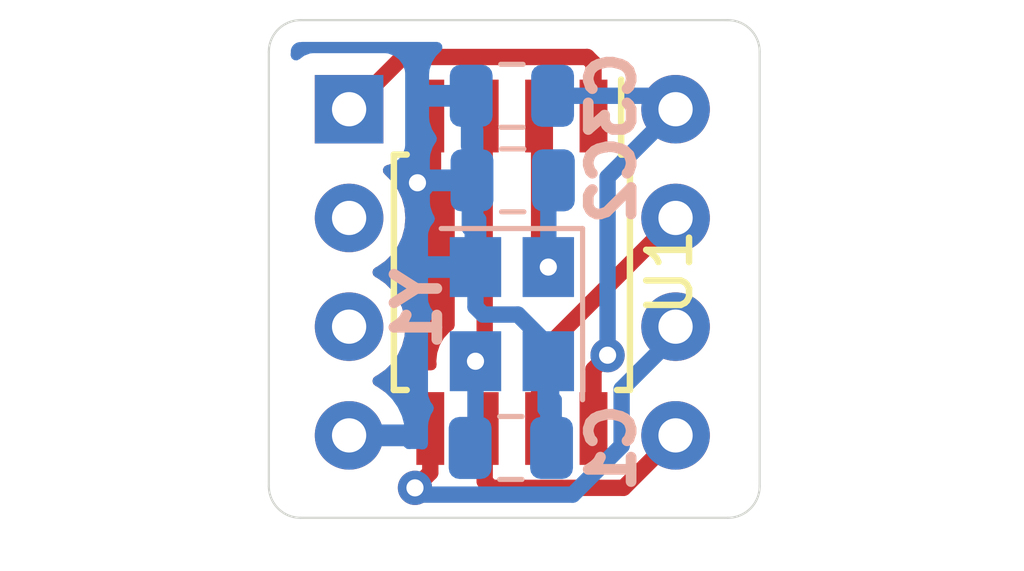
<source format=kicad_pcb>
(kicad_pcb (version 20211014) (generator pcbnew)
  (layers (0 "F.Cu" signal) (31 "B.Cu" signal) (34 "B.Paste" user) (35 "F.Paste" user) (36 "B.SilkS" user "B.Silkscreen") (37 "F.SilkS" user "F.Silkscreen") (38 "B.Mask" user) (39 "F.Mask" user) (44 "Edge.Cuts" user))
  (net 0 "")
  (net 1 "GND")
  (net 2 "Net-(C1-Pad1)")
  (net 3 "Net-(C2-Pad1)")
  (net 4 "+5V")
  (net 5 "CLK")
  (net 6 "DATA")
  (net 7 "ENABLE")
  (net 8 "ONE_SEC")
  (footprint "ATTinyRTC:DIP-8_W7.62mm" (layer "F.Cu") (at 139.28002 77.742888)
    (fp_text reference "J1" hide)
    (fp_text value "Conn_02x04_Counter_Clockwise")
    (pad "1" thru_hole rect (at 0 0) (size 1.6 1.6) (drill 0.8) (layers *.Cu *.Mask) (net 8 "ONE_SEC"))
    (pad "2" thru_hole oval (at 0 2.54) (size 1.6 1.6) (drill 0.8) (layers *.Cu *.Mask))
    (pad "3" thru_hole oval (at 0 5.08) (size 1.6 1.6) (drill 0.8) (layers *.Cu *.Mask))
    (pad "4" thru_hole oval (at 0 7.62) (size 1.6 1.6) (drill 0.8) (layers *.Cu *.Mask) (net 1 "GND"))
    (pad "5" thru_hole oval (at 7.62 7.62) (size 1.6 1.6) (drill 0.8) (layers *.Cu *.Mask) (net 7 "ENABLE"))
    (pad "6" thru_hole oval (at 7.62 5.08) (size 1.6 1.6) (drill 0.8) (layers *.Cu *.Mask) (net 6 "DATA"))
    (pad "7" thru_hole oval (at 7.62 2.54) (size 1.6 1.6) (drill 0.8) (layers *.Cu *.Mask) (net 5 "CLK"))
    (pad "8" thru_hole oval (at 7.62 0) (size 1.6 1.6) (drill 0.8) (layers *.Cu *.Mask) (net 4 "+5V"))
  )
  (footprint "ATTinyRTC:SOIC-8W_5.3x5.3mm_P1.27mm" (layer "F.Cu") (at 143.08002 81.55254 -90)
    (fp_text reference "U1" (at 0 -3.68 -90) (layer "F.SilkS"))
    (fp_text value "ATtiny85-20SU")
    (fp_line (start -2.75 2.755) (end 2.75 2.755) (layer "F.SilkS") (width 0.15))
    (fp_line (start -2.75 -2.755) (end -2.75 -2.55) (layer "F.SilkS") (width 0.15))
    (fp_line (start 2.75 2.755) (end 2.75 2.455) (layer "F.SilkS") (width 0.15))
    (fp_line (start -2.75 -2.755) (end 2.75 -2.755) (layer "F.SilkS") (width 0.15))
    (fp_line (start 2.75 -2.755) (end 2.75 -2.455) (layer "F.SilkS") (width 0.15))
    (fp_line (start -2.75 2.755) (end -2.75 2.455) (layer "F.SilkS") (width 0.15))
    (fp_line (start -2.75 -2.55) (end -4.5 -2.55) (layer "F.SilkS") (width 0.15))
    (pad "1" smd rect (at -3.65 -1.905 270) (size 1.7 0.65) (layers "F.Cu" "F.Paste" "F.Mask") (net 8 "ONE_SEC"))
    (pad "2" smd rect (at -3.65 -0.635 270) (size 1.7 0.65) (layers "F.Cu" "F.Paste" "F.Mask") (net 3 "Net-(C2-Pad1)"))
    (pad "3" smd rect (at -3.65 0.635 270) (size 1.7 0.65) (layers "F.Cu" "F.Paste" "F.Mask") (net 2 "Net-(C1-Pad1)"))
    (pad "4" smd rect (at -3.65 1.905 270) (size 1.7 0.65) (layers "F.Cu" "F.Paste" "F.Mask") (net 1 "GND"))
    (pad "5" smd rect (at 3.65 1.905 270) (size 1.7 0.65) (layers "F.Cu" "F.Paste" "F.Mask") (net 6 "DATA"))
    (pad "6" smd rect (at 3.65 0.635 270) (size 1.7 0.65) (layers "F.Cu" "F.Paste" "F.Mask") (net 7 "ENABLE"))
    (pad "7" smd rect (at 3.65 -0.635 270) (size 1.7 0.65) (layers "F.Cu" "F.Paste" "F.Mask") (net 5 "CLK"))
    (pad "8" smd rect (at 3.65 -1.905 270) (size 1.7 0.65) (layers "F.Cu" "F.Paste" "F.Mask") (net 4 "+5V"))
  )
  (footprint "Capacitor_SMD:C_0805_2012Metric" (layer "B.Cu") (at 143.05534 85.656416)
    (fp_text reference "C1" (at 2.35712 0.000001 270) (layer "B.SilkS") (effects (font (thickness 0.25)) (justify mirror)))
    (fp_text value "18p")
    (fp_line (start -0.261252 0.735) (end 0.261252 0.735) (layer "B.SilkS") (width 0.12))
    (fp_line (start -0.261252 -0.735) (end 0.261252 -0.735) (layer "B.SilkS") (width 0.12))
    (pad "1" smd roundrect (at -0.95 0) (size 1 1.45) (layers "B.Cu" "B.Paste" "B.Mask") (net 2 "Net-(C1-Pad1)"))
    (pad "2" smd roundrect (at 0.95 0) (size 1 1.45) (layers "B.Cu" "B.Paste" "B.Mask") (net 1 "GND"))
  )
  (footprint "Capacitor_SMD:C_0805_2012Metric" (layer "B.Cu") (at 143.09852 79.405045 180)
    (fp_text reference "C2" (at -2.31394 -0.000001 270) (layer "B.SilkS") (effects (font (thickness 0.25)) (justify mirror)))
    (fp_text value "18p")
    (fp_line (start -0.261252 0.735) (end 0.261252 0.735) (layer "B.SilkS") (width 0.12))
    (fp_line (start -0.261252 -0.735) (end 0.261252 -0.735) (layer "B.SilkS") (width 0.12))
    (pad "1" smd roundrect (at -0.95 0 180) (size 1 1.45) (layers "B.Cu" "B.Paste" "B.Mask") (net 3 "Net-(C2-Pad1)"))
    (pad "2" smd roundrect (at 0.95 0 180) (size 1 1.45) (layers "B.Cu" "B.Paste" "B.Mask") (net 1 "GND"))
  )
  (footprint "Capacitor_SMD:C_0805_2012Metric" (layer "B.Cu") (at 143.08002 77.42936 180)
    (fp_text reference "C3" (at -2.33244 -0.000001 90) (layer "B.SilkS") (effects (font (thickness 0.25)) (justify mirror)))
    (fp_text value "100n")
    (fp_line (start -0.261252 -0.735) (end 0.261252 -0.735) (layer "B.SilkS") (width 0.12))
    (fp_line (start -0.261252 0.735) (end 0.261252 0.735) (layer "B.SilkS") (width 0.12))
    (pad "1" smd roundrect (at -0.95 0 180) (size 1 1.45) (layers "B.Cu" "B.Paste" "B.Mask") (net 4 "+5V"))
    (pad "2" smd roundrect (at 0.95 0 180) (size 1 1.45) (layers "B.Cu" "B.Paste" "B.Mask") (net 1 "GND"))
  )
  (footprint "Crystal:Crystal_SMD_Abracon_ABM8G-4Pin_3.2x2.5mm" (layer "B.Cu") (at 143.08002 82.53073 -90)
    (fp_text reference "Y1" (at -0.12297 2.20146 -90) (layer "B.SilkS") (effects (font (thickness 0.25)) (justify mirror)))
    (fp_text value "Crystal_GND24")
    (fp_line (start -2 -1.65) (end 2 -1.65) (layer "B.SilkS") (width 0.12))
    (fp_line (start -2 1.65) (end -2 -1.65) (layer "B.SilkS") (width 0.12))
    (pad "1" smd rect (at -1.1 -0.85 270) (size 1.4 1.2) (layers "B.Cu" "B.Paste" "B.Mask") (net 3 "Net-(C2-Pad1)"))
    (pad "2" smd rect (at 1.1 -0.85 270) (size 1.4 1.2) (layers "B.Cu" "B.Paste" "B.Mask") (net 1 "GND"))
    (pad "3" smd rect (at 1.1 0.85 270) (size 1.4 1.2) (layers "B.Cu" "B.Paste" "B.Mask") (net 2 "Net-(C1-Pad1)"))
    (pad "4" smd rect (at -1.1 0.85 270) (size 1.4 1.2) (layers "B.Cu" "B.Paste" "B.Mask") (net 1 "GND"))
  )
  (gr_arc (start 138.147542 87.288604) (mid 137.623461 87.071523) (end 137.40638 86.547442) (layer "Edge.Cuts") (width 0.05))
  (gr_line (start 138.147542 75.662038) (end 148.12264 75.662038) (layer "Edge.Cuts") (width 0.05))
  (gr_line (start 148.863802 76.4032) (end 148.863802 86.547442) (layer "Edge.Cuts") (width 0.05))
  (gr_line (start 148.12264 87.288604) (end 138.147542 87.288604) (layer "Edge.Cuts") (width 0.05))
  (gr_line (start 137.40638 86.547442) (end 137.40638 76.4032) (layer "Edge.Cuts") (width 0.05))
  (gr_arc (start 148.863802 86.547442) (mid 148.646721 87.071523) (end 148.12264 87.288604) (layer "Edge.Cuts") (width 0.05))
  (gr_arc (start 148.12264 75.662038) (mid 148.646721 75.879119) (end 148.863802 76.4032) (layer "Edge.Cuts") (width 0.05))
  (gr_arc (start 137.40638 76.4032) (mid 137.623461 75.879119) (end 138.147542 75.662038) (layer "Edge.Cuts") (width 0.05))
  (via (at 140.87602 79.46136) (size 0.8) (drill 0.4) (layers "F.Cu" "B.Cu") (net 1))
  (segment (start 142.40803 82.54023) (end 143.22052 82.54023) (width 0.381) (layer "B.Cu") (net 1))
  (segment (start 142.23002 82.36222) (end 142.40803 82.54023) (width 0.381) (layer "B.Cu") (net 1))
  (segment (start 142.23002 81.43073) (end 142.23002 82.36222) (width 0.381) (layer "B.Cu") (net 1))
  (segment (start 143.99284 85.656416) (end 143.99284 83.69355) (width 0.381) (layer "B.Cu") (net 1))
  (segment (start 143.22052 82.54023) (end 143.93002 83.24973) (width 0.381) (layer "B.Cu") (net 1))
  (segment (start 142.44502 77.90254) (end 142.44502 83.41573) (width 0.381) (layer "F.Cu") (net 2))
  (segment (start 142.44502 83.41573) (end 142.23002 83.63073) (width 0.381) (layer "F.Cu") (net 2))
  (via (at 142.23002 83.63073) (size 0.8) (drill 0.4) (layers "F.Cu" "B.Cu") (net 2))
  (segment (start 142.23002 83.63073) (end 142.23002 85.544236) (width 0.381) (layer "B.Cu") (net 2))
  (segment (start 143.71502 77.90254) (end 143.71502 81.21573) (width 0.381) (layer "F.Cu") (net 3))
  (segment (start 143.71502 81.21573) (end 143.93002 81.43073) (width 0.381) (layer "F.Cu") (net 3))
  (via (at 143.93002 81.43073) (size 0.8) (drill 0.4) (layers "F.Cu" "B.Cu") (net 3))
  (segment (start 143.93002 81.43073) (end 143.93002 79.511045) (width 0.381) (layer "B.Cu") (net 3))
  (segment (start 144.98502 85.20254) (end 144.98502 83.81818) (width 0.381) (layer "F.Cu") (net 4))
  (segment (start 144.98502 83.81818) (end 145.3134 83.4898) (width 0.381) (layer "F.Cu") (net 4))
  (via (at 145.3134 83.4898) (size 0.8) (drill 0.4) (layers "F.Cu" "B.Cu") (net 4))
  (segment (start 146.90002 77.742888) (end 145.3134 79.329508) (width 0.381) (layer "B.Cu") (net 4))
  (segment (start 144.01752 77.42936) (end 146.586492 77.42936) (width 0.381) (layer "B.Cu") (net 4))
  (segment (start 145.3134 79.329508) (end 145.3134 83.4898) (width 0.381) (layer "B.Cu") (net 4))
  (segment (start 143.71502 83.47754) (end 143.71502 85.20254) (width 0.381) (layer "F.Cu") (net 5))
  (segment (start 146.90002 80.29254) (end 143.71502 83.47754) (width 0.381) (layer "F.Cu") (net 5))
  (segment (start 141.17502 86.23118) (end 140.8176 86.5886) (width 0.381) (layer "F.Cu") (net 6))
  (segment (start 141.17502 85.20254) (end 141.17502 86.23118) (width 0.381) (layer "F.Cu") (net 6))
  (via (at 140.8176 86.5886) (size 0.8) (drill 0.4) (layers "F.Cu" "B.Cu") (net 6))
  (segment (start 145.640836 85.605385) (end 145.640836 84.2803) (width 0.381) (layer "B.Cu") (net 6))
  (segment (start 140.8176 86.5886) (end 140.8176 86.614) (width 0.381) (layer "B.Cu") (net 6))
  (segment (start 140.975916 86.746916) (end 144.499305 86.746916) (width 0.381) (layer "B.Cu") (net 6))
  (segment (start 140.8176 86.5886) (end 140.975916 86.746916) (width 0.381) (layer "B.Cu") (net 6))
  (segment (start 144.499305 86.746916) (end 145.640836 85.605385) (width 0.381) (layer "B.Cu") (net 6))
  (segment (start 145.640836 84.2803) (end 146.90002 83.021116) (width 0.381) (layer "B.Cu") (net 6))
  (segment (start 145.68396 86.5886) (end 146.90002 85.37254) (width 0.381) (layer "F.Cu") (net 7))
  (segment (start 142.44502 86.43354) (end 142.60008 86.5886) (width 0.381) (layer "F.Cu") (net 7))
  (segment (start 142.44502 85.20254) (end 142.44502 86.43354) (width 0.381) (layer "F.Cu") (net 7))
  (segment (start 142.60008 86.5886) (end 145.68396 86.5886) (width 0.381) (layer "F.Cu") (net 7))
  (segment (start 144.98502 77.90254) (end 144.98502 76.67154) (width 0.381) (layer "F.Cu") (net 8))
  (segment (start 139.30316 77.75254) (end 140.53312 76.52258) (width 0.381) (layer "F.Cu") (net 8))
  (segment (start 144.98502 76.67154) (end 144.83606 76.52258) (width 0.381) (layer "F.Cu") (net 8))
  (segment (start 140.53312 76.52258) (end 144.83606 76.52258) (width 0.381) (layer "F.Cu") (net 8))
  (zone (net 1) (net_name "GND") (layer "F.Cu") (connect_pads (clearance 0.508)) (min_thickness 0.254) (fill yes (thermal_gap 0.508) (thermal_bridge_width 0.508))
    (polygon (pts (xy 149.08276 87.64778) (xy 137.13206 87.64778) (xy 137.13206 75.42022) (xy 149.08276 75.42022)))
  )
  (zone (net 1) (net_name "GND") (layer "B.Cu") (connect_pads (clearance 0.508)) (min_thickness 0.254) (fill yes (thermal_gap 0.508) (thermal_bridge_width 0.508))
    (polygon (pts (xy 149.33676 87.85352) (xy 136.86536 87.85352) (xy 136.86536 75.19162) (xy 149.33676 75.19162)))
  )
)
</source>
